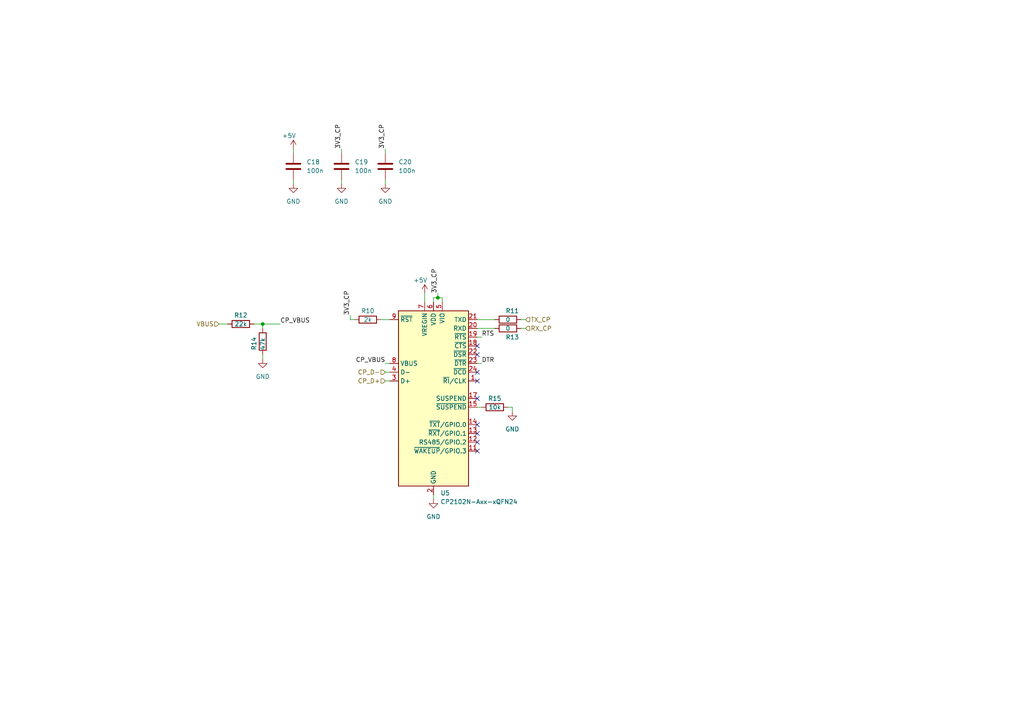
<source format=kicad_sch>
(kicad_sch (version 20211123) (generator eeschema)

  (uuid 6f60040d-2797-4170-8243-d7811c2e7c64)

  (paper "A4")

  (lib_symbols
    (symbol "Device:C" (pin_numbers hide) (pin_names (offset 0.254)) (in_bom yes) (on_board yes)
      (property "Reference" "C" (id 0) (at 0.635 2.54 0)
        (effects (font (size 1.27 1.27)) (justify left))
      )
      (property "Value" "C" (id 1) (at 0.635 -2.54 0)
        (effects (font (size 1.27 1.27)) (justify left))
      )
      (property "Footprint" "" (id 2) (at 0.9652 -3.81 0)
        (effects (font (size 1.27 1.27)) hide)
      )
      (property "Datasheet" "~" (id 3) (at 0 0 0)
        (effects (font (size 1.27 1.27)) hide)
      )
      (property "ki_keywords" "cap capacitor" (id 4) (at 0 0 0)
        (effects (font (size 1.27 1.27)) hide)
      )
      (property "ki_description" "Unpolarized capacitor" (id 5) (at 0 0 0)
        (effects (font (size 1.27 1.27)) hide)
      )
      (property "ki_fp_filters" "C_*" (id 6) (at 0 0 0)
        (effects (font (size 1.27 1.27)) hide)
      )
      (symbol "C_0_1"
        (polyline
          (pts
            (xy -2.032 -0.762)
            (xy 2.032 -0.762)
          )
          (stroke (width 0.508) (type default) (color 0 0 0 0))
          (fill (type none))
        )
        (polyline
          (pts
            (xy -2.032 0.762)
            (xy 2.032 0.762)
          )
          (stroke (width 0.508) (type default) (color 0 0 0 0))
          (fill (type none))
        )
      )
      (symbol "C_1_1"
        (pin passive line (at 0 3.81 270) (length 2.794)
          (name "~" (effects (font (size 1.27 1.27))))
          (number "1" (effects (font (size 1.27 1.27))))
        )
        (pin passive line (at 0 -3.81 90) (length 2.794)
          (name "~" (effects (font (size 1.27 1.27))))
          (number "2" (effects (font (size 1.27 1.27))))
        )
      )
    )
    (symbol "Device:R" (pin_numbers hide) (pin_names (offset 0)) (in_bom yes) (on_board yes)
      (property "Reference" "R" (id 0) (at 2.032 0 90)
        (effects (font (size 1.27 1.27)))
      )
      (property "Value" "R" (id 1) (at 0 0 90)
        (effects (font (size 1.27 1.27)))
      )
      (property "Footprint" "" (id 2) (at -1.778 0 90)
        (effects (font (size 1.27 1.27)) hide)
      )
      (property "Datasheet" "~" (id 3) (at 0 0 0)
        (effects (font (size 1.27 1.27)) hide)
      )
      (property "ki_keywords" "R res resistor" (id 4) (at 0 0 0)
        (effects (font (size 1.27 1.27)) hide)
      )
      (property "ki_description" "Resistor" (id 5) (at 0 0 0)
        (effects (font (size 1.27 1.27)) hide)
      )
      (property "ki_fp_filters" "R_*" (id 6) (at 0 0 0)
        (effects (font (size 1.27 1.27)) hide)
      )
      (symbol "R_0_1"
        (rectangle (start -1.016 -2.54) (end 1.016 2.54)
          (stroke (width 0.254) (type default) (color 0 0 0 0))
          (fill (type none))
        )
      )
      (symbol "R_1_1"
        (pin passive line (at 0 3.81 270) (length 1.27)
          (name "~" (effects (font (size 1.27 1.27))))
          (number "1" (effects (font (size 1.27 1.27))))
        )
        (pin passive line (at 0 -3.81 90) (length 1.27)
          (name "~" (effects (font (size 1.27 1.27))))
          (number "2" (effects (font (size 1.27 1.27))))
        )
      )
    )
    (symbol "Interface_USB:CP2102N-Axx-xQFN24" (in_bom yes) (on_board yes)
      (property "Reference" "U" (id 0) (at -8.89 26.67 0)
        (effects (font (size 1.27 1.27)))
      )
      (property "Value" "CP2102N-Axx-xQFN24" (id 1) (at 13.97 26.67 0)
        (effects (font (size 1.27 1.27)))
      )
      (property "Footprint" "Package_DFN_QFN:QFN-24-1EP_4x4mm_P0.5mm_EP2.6x2.6mm" (id 2) (at 31.75 -26.67 0)
        (effects (font (size 1.27 1.27)) hide)
      )
      (property "Datasheet" "https://www.silabs.com/documents/public/data-sheets/cp2102n-datasheet.pdf" (id 3) (at 1.27 -19.05 0)
        (effects (font (size 1.27 1.27)) hide)
      )
      (property "ki_keywords" "USB UART bridge" (id 4) (at 0 0 0)
        (effects (font (size 1.27 1.27)) hide)
      )
      (property "ki_description" "USB to UART master bridge, QFN-24" (id 5) (at 0 0 0)
        (effects (font (size 1.27 1.27)) hide)
      )
      (property "ki_fp_filters" "QFN*4x4mm*P0.5mm*" (id 6) (at 0 0 0)
        (effects (font (size 1.27 1.27)) hide)
      )
      (symbol "CP2102N-Axx-xQFN24_0_1"
        (rectangle (start -10.16 25.4) (end 10.16 -25.4)
          (stroke (width 0.254) (type default) (color 0 0 0 0))
          (fill (type background))
        )
      )
      (symbol "CP2102N-Axx-xQFN24_1_1"
        (pin bidirectional line (at 12.7 5.08 180) (length 2.54)
          (name "~{RI}/CLK" (effects (font (size 1.27 1.27))))
          (number "1" (effects (font (size 1.27 1.27))))
        )
        (pin no_connect line (at -10.16 -22.86 0) (length 2.54) hide
          (name "NC" (effects (font (size 1.27 1.27))))
          (number "10" (effects (font (size 1.27 1.27))))
        )
        (pin bidirectional line (at 12.7 -15.24 180) (length 2.54)
          (name "~{WAKEUP}/GPIO.3" (effects (font (size 1.27 1.27))))
          (number "11" (effects (font (size 1.27 1.27))))
        )
        (pin bidirectional line (at 12.7 -12.7 180) (length 2.54)
          (name "RS485/GPIO.2" (effects (font (size 1.27 1.27))))
          (number "12" (effects (font (size 1.27 1.27))))
        )
        (pin bidirectional line (at 12.7 -10.16 180) (length 2.54)
          (name "~{RXT}/GPIO.1" (effects (font (size 1.27 1.27))))
          (number "13" (effects (font (size 1.27 1.27))))
        )
        (pin bidirectional line (at 12.7 -7.62 180) (length 2.54)
          (name "~{TXT}/GPIO.0" (effects (font (size 1.27 1.27))))
          (number "14" (effects (font (size 1.27 1.27))))
        )
        (pin output line (at 12.7 -2.54 180) (length 2.54)
          (name "~{SUSPEND}" (effects (font (size 1.27 1.27))))
          (number "15" (effects (font (size 1.27 1.27))))
        )
        (pin no_connect line (at 10.16 -22.86 180) (length 2.54) hide
          (name "NC" (effects (font (size 1.27 1.27))))
          (number "16" (effects (font (size 1.27 1.27))))
        )
        (pin output line (at 12.7 0 180) (length 2.54)
          (name "SUSPEND" (effects (font (size 1.27 1.27))))
          (number "17" (effects (font (size 1.27 1.27))))
        )
        (pin input line (at 12.7 15.24 180) (length 2.54)
          (name "~{CTS}" (effects (font (size 1.27 1.27))))
          (number "18" (effects (font (size 1.27 1.27))))
        )
        (pin output line (at 12.7 17.78 180) (length 2.54)
          (name "~{RTS}" (effects (font (size 1.27 1.27))))
          (number "19" (effects (font (size 1.27 1.27))))
        )
        (pin power_in line (at 0 -27.94 90) (length 2.54)
          (name "GND" (effects (font (size 1.27 1.27))))
          (number "2" (effects (font (size 1.27 1.27))))
        )
        (pin input line (at 12.7 20.32 180) (length 2.54)
          (name "RXD" (effects (font (size 1.27 1.27))))
          (number "20" (effects (font (size 1.27 1.27))))
        )
        (pin output line (at 12.7 22.86 180) (length 2.54)
          (name "TXD" (effects (font (size 1.27 1.27))))
          (number "21" (effects (font (size 1.27 1.27))))
        )
        (pin input line (at 12.7 12.7 180) (length 2.54)
          (name "~{DSR}" (effects (font (size 1.27 1.27))))
          (number "22" (effects (font (size 1.27 1.27))))
        )
        (pin output line (at 12.7 10.16 180) (length 2.54)
          (name "~{DTR}" (effects (font (size 1.27 1.27))))
          (number "23" (effects (font (size 1.27 1.27))))
        )
        (pin input line (at 12.7 7.62 180) (length 2.54)
          (name "~{DCD}" (effects (font (size 1.27 1.27))))
          (number "24" (effects (font (size 1.27 1.27))))
        )
        (pin passive line (at 0 -27.94 90) (length 2.54) hide
          (name "GND" (effects (font (size 1.27 1.27))))
          (number "25" (effects (font (size 1.27 1.27))))
        )
        (pin bidirectional line (at -12.7 5.08 0) (length 2.54)
          (name "D+" (effects (font (size 1.27 1.27))))
          (number "3" (effects (font (size 1.27 1.27))))
        )
        (pin bidirectional line (at -12.7 7.62 0) (length 2.54)
          (name "D-" (effects (font (size 1.27 1.27))))
          (number "4" (effects (font (size 1.27 1.27))))
        )
        (pin power_in line (at 2.54 27.94 270) (length 2.54)
          (name "VIO" (effects (font (size 1.27 1.27))))
          (number "5" (effects (font (size 1.27 1.27))))
        )
        (pin power_in line (at 0 27.94 270) (length 2.54)
          (name "VDD" (effects (font (size 1.27 1.27))))
          (number "6" (effects (font (size 1.27 1.27))))
        )
        (pin power_in line (at -2.54 27.94 270) (length 2.54)
          (name "VREGIN" (effects (font (size 1.27 1.27))))
          (number "7" (effects (font (size 1.27 1.27))))
        )
        (pin input line (at -12.7 10.16 0) (length 2.54)
          (name "VBUS" (effects (font (size 1.27 1.27))))
          (number "8" (effects (font (size 1.27 1.27))))
        )
        (pin input line (at -12.7 22.86 0) (length 2.54)
          (name "~{RST}" (effects (font (size 1.27 1.27))))
          (number "9" (effects (font (size 1.27 1.27))))
        )
      )
    )
    (symbol "power:+5V" (power) (pin_names (offset 0)) (in_bom yes) (on_board yes)
      (property "Reference" "#PWR" (id 0) (at 0 -3.81 0)
        (effects (font (size 1.27 1.27)) hide)
      )
      (property "Value" "+5V" (id 1) (at 0 3.556 0)
        (effects (font (size 1.27 1.27)))
      )
      (property "Footprint" "" (id 2) (at 0 0 0)
        (effects (font (size 1.27 1.27)) hide)
      )
      (property "Datasheet" "" (id 3) (at 0 0 0)
        (effects (font (size 1.27 1.27)) hide)
      )
      (property "ki_keywords" "power-flag" (id 4) (at 0 0 0)
        (effects (font (size 1.27 1.27)) hide)
      )
      (property "ki_description" "Power symbol creates a global label with name \"+5V\"" (id 5) (at 0 0 0)
        (effects (font (size 1.27 1.27)) hide)
      )
      (symbol "+5V_0_1"
        (polyline
          (pts
            (xy -0.762 1.27)
            (xy 0 2.54)
          )
          (stroke (width 0) (type default) (color 0 0 0 0))
          (fill (type none))
        )
        (polyline
          (pts
            (xy 0 0)
            (xy 0 2.54)
          )
          (stroke (width 0) (type default) (color 0 0 0 0))
          (fill (type none))
        )
        (polyline
          (pts
            (xy 0 2.54)
            (xy 0.762 1.27)
          )
          (stroke (width 0) (type default) (color 0 0 0 0))
          (fill (type none))
        )
      )
      (symbol "+5V_1_1"
        (pin power_in line (at 0 0 90) (length 0) hide
          (name "+5V" (effects (font (size 1.27 1.27))))
          (number "1" (effects (font (size 1.27 1.27))))
        )
      )
    )
    (symbol "power:GND" (power) (pin_names (offset 0)) (in_bom yes) (on_board yes)
      (property "Reference" "#PWR" (id 0) (at 0 -6.35 0)
        (effects (font (size 1.27 1.27)) hide)
      )
      (property "Value" "GND" (id 1) (at 0 -3.81 0)
        (effects (font (size 1.27 1.27)))
      )
      (property "Footprint" "" (id 2) (at 0 0 0)
        (effects (font (size 1.27 1.27)) hide)
      )
      (property "Datasheet" "" (id 3) (at 0 0 0)
        (effects (font (size 1.27 1.27)) hide)
      )
      (property "ki_keywords" "power-flag" (id 4) (at 0 0 0)
        (effects (font (size 1.27 1.27)) hide)
      )
      (property "ki_description" "Power symbol creates a global label with name \"GND\" , ground" (id 5) (at 0 0 0)
        (effects (font (size 1.27 1.27)) hide)
      )
      (symbol "GND_0_1"
        (polyline
          (pts
            (xy 0 0)
            (xy 0 -1.27)
            (xy 1.27 -1.27)
            (xy 0 -2.54)
            (xy -1.27 -1.27)
            (xy 0 -1.27)
          )
          (stroke (width 0) (type default) (color 0 0 0 0))
          (fill (type none))
        )
      )
      (symbol "GND_1_1"
        (pin power_in line (at 0 0 270) (length 0) hide
          (name "GND" (effects (font (size 1.27 1.27))))
          (number "1" (effects (font (size 1.27 1.27))))
        )
      )
    )
  )


  (junction (at 76.2 93.98) (diameter 0) (color 0 0 0 0)
    (uuid 6c04a202-978e-43e3-b926-a0db87223f38)
  )
  (junction (at 127 86.36) (diameter 0) (color 0 0 0 0)
    (uuid cd61705c-a6d0-48e0-a122-9adf5b78da26)
  )

  (no_connect (at 138.43 100.33) (uuid 480cb25a-d468-4dea-b058-2d65151809cb))
  (no_connect (at 138.43 115.57) (uuid 897a8a4b-4200-41e7-b433-d89cc3073b43))
  (no_connect (at 138.43 107.95) (uuid aaef7e4d-c3b2-427e-bc6c-f46418210871))
  (no_connect (at 138.43 102.87) (uuid aaef7e4d-c3b2-427e-bc6c-f46418210871))
  (no_connect (at 138.43 123.19) (uuid fa4b419c-af4c-40da-894b-a7b39822bf73))
  (no_connect (at 138.43 125.73) (uuid fa4b419c-af4c-40da-894b-a7b39822bf73))
  (no_connect (at 138.43 128.27) (uuid fa4b419c-af4c-40da-894b-a7b39822bf73))
  (no_connect (at 138.43 130.81) (uuid fa4b419c-af4c-40da-894b-a7b39822bf73))
  (no_connect (at 138.43 110.49) (uuid fa4b419c-af4c-40da-894b-a7b39822bf73))

  (wire (pts (xy 111.76 52.07) (xy 111.76 53.34))
    (stroke (width 0) (type default) (color 0 0 0 0))
    (uuid 15a5c7ad-b7d3-49f1-aa4c-d0b29624c068)
  )
  (wire (pts (xy 151.13 92.71) (xy 152.4 92.71))
    (stroke (width 0) (type default) (color 0 0 0 0))
    (uuid 16dc82c6-2560-44c0-a293-8d6b622c495c)
  )
  (wire (pts (xy 111.76 105.41) (xy 113.03 105.41))
    (stroke (width 0) (type default) (color 0 0 0 0))
    (uuid 192448f0-475c-4fb4-9c0a-1ef4446c46c2)
  )
  (wire (pts (xy 101.6 91.44) (xy 101.6 92.71))
    (stroke (width 0) (type default) (color 0 0 0 0))
    (uuid 22149a2f-2005-4343-aa19-791421bb4547)
  )
  (wire (pts (xy 125.73 143.51) (xy 125.73 144.78))
    (stroke (width 0) (type default) (color 0 0 0 0))
    (uuid 25012e77-f947-41dc-bc40-2572d846f174)
  )
  (wire (pts (xy 123.19 85.09) (xy 123.19 87.63))
    (stroke (width 0) (type default) (color 0 0 0 0))
    (uuid 26f40ed3-b4ce-4e0b-a73b-46f3eb25cd7e)
  )
  (wire (pts (xy 148.59 118.11) (xy 148.59 119.38))
    (stroke (width 0) (type default) (color 0 0 0 0))
    (uuid 272f9a71-3fd0-4e3a-b226-82ccb95500a6)
  )
  (wire (pts (xy 99.06 43.18) (xy 99.06 44.45))
    (stroke (width 0) (type default) (color 0 0 0 0))
    (uuid 2769f64c-ef35-45c4-942f-24e04b97b872)
  )
  (wire (pts (xy 138.43 105.41) (xy 139.7 105.41))
    (stroke (width 0) (type default) (color 0 0 0 0))
    (uuid 3e8d86d1-0287-4506-9a1c-25cd37f70f94)
  )
  (wire (pts (xy 111.76 43.18) (xy 111.76 44.45))
    (stroke (width 0) (type default) (color 0 0 0 0))
    (uuid 3ef4d73e-96bf-46f2-b6e2-0df3820631c3)
  )
  (wire (pts (xy 138.43 92.71) (xy 143.51 92.71))
    (stroke (width 0) (type default) (color 0 0 0 0))
    (uuid 4955fddb-ef9d-4b0b-87d9-9555bbebd47b)
  )
  (wire (pts (xy 128.27 86.36) (xy 128.27 87.63))
    (stroke (width 0) (type default) (color 0 0 0 0))
    (uuid 4e2b8848-354a-4e1a-87d6-1afc7c153c68)
  )
  (wire (pts (xy 85.09 52.07) (xy 85.09 53.34))
    (stroke (width 0) (type default) (color 0 0 0 0))
    (uuid 5582f85e-5bcd-4c5d-be23-ea1fe7d4f2eb)
  )
  (wire (pts (xy 76.2 102.87) (xy 76.2 104.14))
    (stroke (width 0) (type default) (color 0 0 0 0))
    (uuid 642da5bb-0aee-4fb5-8566-8a327eeeeb83)
  )
  (wire (pts (xy 125.73 86.36) (xy 125.73 87.63))
    (stroke (width 0) (type default) (color 0 0 0 0))
    (uuid 68647915-1ea8-4a64-819f-21cf71a9fb39)
  )
  (wire (pts (xy 138.43 95.25) (xy 143.51 95.25))
    (stroke (width 0) (type default) (color 0 0 0 0))
    (uuid 6b70f2fa-1c42-4a79-bb9f-7b4562e43627)
  )
  (wire (pts (xy 151.13 95.25) (xy 152.4 95.25))
    (stroke (width 0) (type default) (color 0 0 0 0))
    (uuid 6f831d69-c5f1-4202-b473-42f07ad5f61e)
  )
  (wire (pts (xy 127 86.36) (xy 128.27 86.36))
    (stroke (width 0) (type default) (color 0 0 0 0))
    (uuid 70e98d46-cece-40e5-9b53-81dc040b32e5)
  )
  (wire (pts (xy 138.43 97.79) (xy 139.7 97.79))
    (stroke (width 0) (type default) (color 0 0 0 0))
    (uuid 7e8a0f91-1606-471c-82d9-4e7ac7bbe55a)
  )
  (wire (pts (xy 76.2 93.98) (xy 81.28 93.98))
    (stroke (width 0) (type default) (color 0 0 0 0))
    (uuid 7f0c8a08-fd1e-477d-ab59-ab1f485c3e22)
  )
  (wire (pts (xy 125.73 86.36) (xy 127 86.36))
    (stroke (width 0) (type default) (color 0 0 0 0))
    (uuid 9879785c-3b9f-4f61-a09e-7347c415fe34)
  )
  (wire (pts (xy 85.09 43.18) (xy 85.09 44.45))
    (stroke (width 0) (type default) (color 0 0 0 0))
    (uuid 9f4fdc91-51cd-4ac6-931b-b8790c1165b1)
  )
  (wire (pts (xy 99.06 52.07) (xy 99.06 53.34))
    (stroke (width 0) (type default) (color 0 0 0 0))
    (uuid a100abe5-30a3-43b2-84f2-7e554630c826)
  )
  (wire (pts (xy 111.76 107.95) (xy 113.03 107.95))
    (stroke (width 0) (type default) (color 0 0 0 0))
    (uuid a113bbb9-78c2-48ab-9550-0da87dd5c258)
  )
  (wire (pts (xy 127 85.09) (xy 127 86.36))
    (stroke (width 0) (type default) (color 0 0 0 0))
    (uuid a8ebc042-de00-454d-884a-db3a618ed59d)
  )
  (wire (pts (xy 101.6 92.71) (xy 102.87 92.71))
    (stroke (width 0) (type default) (color 0 0 0 0))
    (uuid b33c2c32-6bf9-476c-ad0d-2d0d5f6259f8)
  )
  (wire (pts (xy 138.43 118.11) (xy 139.7 118.11))
    (stroke (width 0) (type default) (color 0 0 0 0))
    (uuid badcfe3f-8ecd-4aa0-b694-d1c1777170f7)
  )
  (wire (pts (xy 76.2 93.98) (xy 76.2 95.25))
    (stroke (width 0) (type default) (color 0 0 0 0))
    (uuid bc32510f-e113-4614-9d6b-2f6a53c2da6e)
  )
  (wire (pts (xy 147.32 118.11) (xy 148.59 118.11))
    (stroke (width 0) (type default) (color 0 0 0 0))
    (uuid cf560188-660f-4276-897b-099765896c0b)
  )
  (wire (pts (xy 110.49 92.71) (xy 113.03 92.71))
    (stroke (width 0) (type default) (color 0 0 0 0))
    (uuid e5d3e6a2-4ebe-4202-8e63-0acc7d630631)
  )
  (wire (pts (xy 73.66 93.98) (xy 76.2 93.98))
    (stroke (width 0) (type default) (color 0 0 0 0))
    (uuid e8c5a771-867e-483f-80cb-d5048d111988)
  )
  (wire (pts (xy 63.5 93.98) (xy 66.04 93.98))
    (stroke (width 0) (type default) (color 0 0 0 0))
    (uuid f1bdf8a3-f661-4b33-81ae-8c66012504f3)
  )
  (wire (pts (xy 111.76 110.49) (xy 113.03 110.49))
    (stroke (width 0) (type default) (color 0 0 0 0))
    (uuid f76ead16-12b0-4d7f-a277-7e85863599ef)
  )

  (label "3V3_CP" (at 101.6 91.44 90)
    (effects (font (size 1.27 1.27)) (justify left bottom))
    (uuid 0320e640-224f-4508-99ad-c2ac6f5effdb)
  )
  (label "3V3_CP" (at 127 85.09 90)
    (effects (font (size 1.27 1.27)) (justify left bottom))
    (uuid 097f40c3-68c3-4b12-bf4e-2e080ddbfa52)
  )
  (label "3V3_CP" (at 99.06 43.18 90)
    (effects (font (size 1.27 1.27)) (justify left bottom))
    (uuid 4b21ec2e-7322-478f-a01a-b6bde25bd6c4)
  )
  (label "CP_VBUS" (at 81.28 93.98 0)
    (effects (font (size 1.27 1.27)) (justify left bottom))
    (uuid 6c1ea7e6-1b17-49f4-a11f-df5000b3c38b)
  )
  (label "RTS" (at 139.7 97.79 0)
    (effects (font (size 1.27 1.27)) (justify left bottom))
    (uuid 7fbebb5f-f44e-4015-8a7d-7845820413c7)
  )
  (label "DTR" (at 139.7 105.41 0)
    (effects (font (size 1.27 1.27)) (justify left bottom))
    (uuid 8f221aac-9a07-43dd-84d3-7e48a004d910)
  )
  (label "CP_VBUS" (at 111.76 105.41 180)
    (effects (font (size 1.27 1.27)) (justify right bottom))
    (uuid a7ae1898-86ee-4d0e-b085-54c3ea128861)
  )
  (label "3V3_CP" (at 111.76 43.18 90)
    (effects (font (size 1.27 1.27)) (justify left bottom))
    (uuid e2744271-a7ad-462e-9374-35cc6123f832)
  )

  (hierarchical_label "CP_D+" (shape input) (at 111.76 110.49 180)
    (effects (font (size 1.27 1.27)) (justify right))
    (uuid 20a21310-fdb7-4bfc-8a5e-6d5c2c761087)
  )
  (hierarchical_label "VBUS" (shape input) (at 63.5 93.98 180)
    (effects (font (size 1.27 1.27)) (justify right))
    (uuid 2838deb4-0658-4c1c-af42-035238774718)
  )
  (hierarchical_label "CP_D-" (shape input) (at 111.76 107.95 180)
    (effects (font (size 1.27 1.27)) (justify right))
    (uuid 7f3dcc0f-7d16-49d8-90c3-17ad021dd68e)
  )
  (hierarchical_label "TX_CP" (shape input) (at 152.4 92.71 0)
    (effects (font (size 1.27 1.27)) (justify left))
    (uuid c8baf479-36b7-4ef5-bcde-1e4187f1f532)
  )
  (hierarchical_label "RX_CP" (shape input) (at 152.4 95.25 0)
    (effects (font (size 1.27 1.27)) (justify left))
    (uuid f2b7f04a-1443-4546-82f3-5c77a51b5244)
  )

  (symbol (lib_id "Device:C") (at 85.09 48.26 0) (unit 1)
    (in_bom yes) (on_board yes) (fields_autoplaced)
    (uuid 01be99a5-c11a-4c7c-a67e-4f349c2d044c)
    (property "Reference" "C18" (id 0) (at 88.9 46.9899 0)
      (effects (font (size 1.27 1.27)) (justify left))
    )
    (property "Value" "100n" (id 1) (at 88.9 49.5299 0)
      (effects (font (size 1.27 1.27)) (justify left))
    )
    (property "Footprint" "Capacitor_SMD:C_0402_1005Metric" (id 2) (at 86.0552 52.07 0)
      (effects (font (size 1.27 1.27)) hide)
    )
    (property "Datasheet" "~" (id 3) (at 85.09 48.26 0)
      (effects (font (size 1.27 1.27)) hide)
    )
    (pin "1" (uuid 5e56fd80-4250-4148-a3c1-3d7b88b38fd3))
    (pin "2" (uuid 428b028e-f092-48d8-b17c-fe4b51358fde))
  )

  (symbol (lib_id "Device:R") (at 147.32 92.71 90) (unit 1)
    (in_bom yes) (on_board yes)
    (uuid 05c36841-5a21-45a2-b3e7-6e036fe9495e)
    (property "Reference" "R11" (id 0) (at 148.59 90.17 90))
    (property "Value" "0" (id 1) (at 147.32 92.71 90))
    (property "Footprint" "Resistor_SMD:R_0402_1005Metric" (id 2) (at 147.32 94.488 90)
      (effects (font (size 1.27 1.27)) hide)
    )
    (property "Datasheet" "~" (id 3) (at 147.32 92.71 0)
      (effects (font (size 1.27 1.27)) hide)
    )
    (pin "1" (uuid 9dcef851-ab0d-4b06-87ed-4d96f94ffb4c))
    (pin "2" (uuid 6b303e7d-e0b0-490b-8a26-0d3cba8a38b0))
  )

  (symbol (lib_id "power:+5V") (at 85.09 43.18 0) (unit 1)
    (in_bom yes) (on_board yes)
    (uuid 09510cec-43dd-4d76-b3ef-45ce60629e84)
    (property "Reference" "#PWR048" (id 0) (at 85.09 46.99 0)
      (effects (font (size 1.27 1.27)) hide)
    )
    (property "Value" "+5V" (id 1) (at 83.82 39.37 0))
    (property "Footprint" "" (id 2) (at 85.09 43.18 0)
      (effects (font (size 1.27 1.27)) hide)
    )
    (property "Datasheet" "" (id 3) (at 85.09 43.18 0)
      (effects (font (size 1.27 1.27)) hide)
    )
    (pin "1" (uuid 1fb4817b-99f5-4630-812d-56a872160c0f))
  )

  (symbol (lib_id "Interface_USB:CP2102N-Axx-xQFN24") (at 125.73 115.57 0) (unit 1)
    (in_bom yes) (on_board yes) (fields_autoplaced)
    (uuid 1d82576b-39e9-464c-9b5a-ea5f4418db93)
    (property "Reference" "U5" (id 0) (at 127.7494 143.002 0)
      (effects (font (size 1.27 1.27)) (justify left))
    )
    (property "Value" "CP2102N-Axx-xQFN24" (id 1) (at 127.7494 145.542 0)
      (effects (font (size 1.27 1.27)) (justify left))
    )
    (property "Footprint" "Package_DFN_QFN:QFN-24-1EP_4x4mm_P0.5mm_EP2.6x2.6mm" (id 2) (at 157.48 142.24 0)
      (effects (font (size 1.27 1.27)) hide)
    )
    (property "Datasheet" "https://www.silabs.com/documents/public/data-sheets/cp2102n-datasheet.pdf" (id 3) (at 127 134.62 0)
      (effects (font (size 1.27 1.27)) hide)
    )
    (pin "1" (uuid ca8d2e93-10fe-481b-9967-265172866a82))
    (pin "10" (uuid b3520eca-d6e3-4489-87f6-9faf5320d5a3))
    (pin "11" (uuid 3d07541f-e14c-40a5-8bc8-e01af00cb598))
    (pin "12" (uuid 91624eb2-d090-46e9-afd5-26e4ff9d69fd))
    (pin "13" (uuid aebcd537-ab38-4891-893f-e541911510d6))
    (pin "14" (uuid 8be5852e-4438-4110-b74a-b415a6beb806))
    (pin "15" (uuid 8da3f37b-5902-42fb-8d26-da803eee1e46))
    (pin "16" (uuid 4d195c5a-f0e5-4cbb-8d42-7f5451ef70a4))
    (pin "17" (uuid 6b0dc94a-d0f1-487b-aab0-cd25e8b0937f))
    (pin "18" (uuid 4c9429a8-7e89-412c-a91f-97ce9b433575))
    (pin "19" (uuid b4149a41-6f83-4938-9a70-1ac7605396db))
    (pin "2" (uuid ce80630e-b1fd-4570-a5a5-de60f9f184d0))
    (pin "20" (uuid 19a5e863-8126-4ed9-b5a0-6bf953bc24cc))
    (pin "21" (uuid 91b1c076-b21d-4576-96a4-083df8bff139))
    (pin "22" (uuid 27a9c8a6-aaa4-4166-b0d4-f4b871d54f65))
    (pin "23" (uuid 85b03eba-d17c-47e8-b7a6-2d2b4ef58a97))
    (pin "24" (uuid 00b04cc8-2660-43a7-91cd-5a16dc93ce03))
    (pin "25" (uuid 69605636-fd26-4e97-b103-07c3295069c7))
    (pin "3" (uuid ba994892-6ff8-4966-8fde-9526e448278f))
    (pin "4" (uuid 3c7fa10e-020c-46d7-88c9-960dc5a7f359))
    (pin "5" (uuid dba81dc4-2f76-4590-a2ab-446f28532a6d))
    (pin "6" (uuid 9a071e85-0b73-4cf6-867f-f2e9c75bf7c7))
    (pin "7" (uuid d21727dd-a5ee-498d-98f6-7794a320485e))
    (pin "8" (uuid 0efb8df2-f0a9-41be-a82a-08930767d5ba))
    (pin "9" (uuid 4c3785c8-aaa4-402c-8862-f88531c5c873))
  )

  (symbol (lib_id "Device:R") (at 76.2 99.06 0) (unit 1)
    (in_bom yes) (on_board yes)
    (uuid 354c8b63-5749-4c7c-b584-0097d44de3bc)
    (property "Reference" "R14" (id 0) (at 73.66 101.6 90)
      (effects (font (size 1.27 1.27)) (justify left))
    )
    (property "Value" "47k" (id 1) (at 76.2 101.6 90)
      (effects (font (size 1.27 1.27)) (justify left))
    )
    (property "Footprint" "Resistor_SMD:R_0402_1005Metric" (id 2) (at 74.422 99.06 90)
      (effects (font (size 1.27 1.27)) hide)
    )
    (property "Datasheet" "~" (id 3) (at 76.2 99.06 0)
      (effects (font (size 1.27 1.27)) hide)
    )
    (pin "1" (uuid f0508865-c081-4bed-b521-9a2a78a97f5d))
    (pin "2" (uuid 4c6f56b8-cc3a-4cc7-b3ea-d39cfc89a8f7))
  )

  (symbol (lib_id "Device:R") (at 69.85 93.98 90) (unit 1)
    (in_bom yes) (on_board yes)
    (uuid 4ba51227-ba17-4643-a185-cdf8043bff47)
    (property "Reference" "R12" (id 0) (at 69.85 91.44 90))
    (property "Value" "22k" (id 1) (at 69.85 93.98 90))
    (property "Footprint" "Resistor_SMD:R_0402_1005Metric" (id 2) (at 69.85 95.758 90)
      (effects (font (size 1.27 1.27)) hide)
    )
    (property "Datasheet" "~" (id 3) (at 69.85 93.98 0)
      (effects (font (size 1.27 1.27)) hide)
    )
    (pin "1" (uuid 225ea199-5865-4644-834a-fdbf2e68d97b))
    (pin "2" (uuid 1535efd3-570e-4107-a413-b0a7218f1ce8))
  )

  (symbol (lib_id "Device:C") (at 99.06 48.26 0) (unit 1)
    (in_bom yes) (on_board yes) (fields_autoplaced)
    (uuid 6d484183-e12c-47e1-8e81-9420a5509735)
    (property "Reference" "C19" (id 0) (at 102.87 46.9899 0)
      (effects (font (size 1.27 1.27)) (justify left))
    )
    (property "Value" "100n" (id 1) (at 102.87 49.5299 0)
      (effects (font (size 1.27 1.27)) (justify left))
    )
    (property "Footprint" "Capacitor_SMD:C_0402_1005Metric" (id 2) (at 100.0252 52.07 0)
      (effects (font (size 1.27 1.27)) hide)
    )
    (property "Datasheet" "~" (id 3) (at 99.06 48.26 0)
      (effects (font (size 1.27 1.27)) hide)
    )
    (pin "1" (uuid 80ac02ef-58be-463c-a63d-91fdaff414da))
    (pin "2" (uuid cb4d1d86-3bd9-4ed6-8388-6ae81a8c63cc))
  )

  (symbol (lib_id "power:GND") (at 111.76 53.34 0) (unit 1)
    (in_bom yes) (on_board yes) (fields_autoplaced)
    (uuid 7a3331dd-f480-4582-97e2-30b3a522f7ba)
    (property "Reference" "#PWR051" (id 0) (at 111.76 59.69 0)
      (effects (font (size 1.27 1.27)) hide)
    )
    (property "Value" "GND" (id 1) (at 111.76 58.42 0))
    (property "Footprint" "" (id 2) (at 111.76 53.34 0)
      (effects (font (size 1.27 1.27)) hide)
    )
    (property "Datasheet" "" (id 3) (at 111.76 53.34 0)
      (effects (font (size 1.27 1.27)) hide)
    )
    (pin "1" (uuid a2d6b384-bbb8-4497-b6ee-1accba416837))
  )

  (symbol (lib_id "power:GND") (at 125.73 144.78 0) (unit 1)
    (in_bom yes) (on_board yes) (fields_autoplaced)
    (uuid 7a9da6ea-fe08-45ac-9407-3124bae3a6fe)
    (property "Reference" "#PWR055" (id 0) (at 125.73 151.13 0)
      (effects (font (size 1.27 1.27)) hide)
    )
    (property "Value" "GND" (id 1) (at 125.73 149.86 0))
    (property "Footprint" "" (id 2) (at 125.73 144.78 0)
      (effects (font (size 1.27 1.27)) hide)
    )
    (property "Datasheet" "" (id 3) (at 125.73 144.78 0)
      (effects (font (size 1.27 1.27)) hide)
    )
    (pin "1" (uuid 1e7e3974-7ee2-4938-9290-39cb2a287f86))
  )

  (symbol (lib_id "power:GND") (at 85.09 53.34 0) (unit 1)
    (in_bom yes) (on_board yes) (fields_autoplaced)
    (uuid 88e6d2f9-4d19-457c-8eaa-5157df8a27ca)
    (property "Reference" "#PWR049" (id 0) (at 85.09 59.69 0)
      (effects (font (size 1.27 1.27)) hide)
    )
    (property "Value" "GND" (id 1) (at 85.09 58.42 0))
    (property "Footprint" "" (id 2) (at 85.09 53.34 0)
      (effects (font (size 1.27 1.27)) hide)
    )
    (property "Datasheet" "" (id 3) (at 85.09 53.34 0)
      (effects (font (size 1.27 1.27)) hide)
    )
    (pin "1" (uuid 1ee0786c-1526-4474-94f7-00b34fa895d5))
  )

  (symbol (lib_id "power:GND") (at 148.59 119.38 0) (unit 1)
    (in_bom yes) (on_board yes) (fields_autoplaced)
    (uuid 9097c8f2-28f7-461d-9ef6-c3aa97aedfa3)
    (property "Reference" "#PWR054" (id 0) (at 148.59 125.73 0)
      (effects (font (size 1.27 1.27)) hide)
    )
    (property "Value" "GND" (id 1) (at 148.59 124.46 0))
    (property "Footprint" "" (id 2) (at 148.59 119.38 0)
      (effects (font (size 1.27 1.27)) hide)
    )
    (property "Datasheet" "" (id 3) (at 148.59 119.38 0)
      (effects (font (size 1.27 1.27)) hide)
    )
    (pin "1" (uuid 62100395-0a37-4627-a760-31fb3f34859b))
  )

  (symbol (lib_id "power:GND") (at 76.2 104.14 0) (unit 1)
    (in_bom yes) (on_board yes) (fields_autoplaced)
    (uuid a1acec7e-543c-45e2-803e-8d9f7b201975)
    (property "Reference" "#PWR053" (id 0) (at 76.2 110.49 0)
      (effects (font (size 1.27 1.27)) hide)
    )
    (property "Value" "GND" (id 1) (at 76.2 109.22 0))
    (property "Footprint" "" (id 2) (at 76.2 104.14 0)
      (effects (font (size 1.27 1.27)) hide)
    )
    (property "Datasheet" "" (id 3) (at 76.2 104.14 0)
      (effects (font (size 1.27 1.27)) hide)
    )
    (pin "1" (uuid e3a072ee-18c2-4c93-ab85-3cb8f8570005))
  )

  (symbol (lib_id "Device:R") (at 106.68 92.71 90) (unit 1)
    (in_bom yes) (on_board yes)
    (uuid a96e1638-d5e5-43d4-b1e7-db5708e00bf5)
    (property "Reference" "R10" (id 0) (at 106.68 90.17 90))
    (property "Value" "2k" (id 1) (at 106.68 92.71 90))
    (property "Footprint" "Resistor_SMD:R_0402_1005Metric" (id 2) (at 106.68 94.488 90)
      (effects (font (size 1.27 1.27)) hide)
    )
    (property "Datasheet" "~" (id 3) (at 106.68 92.71 0)
      (effects (font (size 1.27 1.27)) hide)
    )
    (pin "1" (uuid d174a1a2-8f85-42d8-822e-7994d3709603))
    (pin "2" (uuid 89e5e30b-3bd6-4ae3-9f8e-48373eaa8844))
  )

  (symbol (lib_id "Device:R") (at 143.51 118.11 90) (unit 1)
    (in_bom yes) (on_board yes)
    (uuid c1900ca7-d400-44b6-8b1b-49d92d5c4466)
    (property "Reference" "R15" (id 0) (at 143.51 115.57 90))
    (property "Value" "10k" (id 1) (at 143.51 118.11 90))
    (property "Footprint" "Resistor_SMD:R_0402_1005Metric" (id 2) (at 143.51 119.888 90)
      (effects (font (size 1.27 1.27)) hide)
    )
    (property "Datasheet" "~" (id 3) (at 143.51 118.11 0)
      (effects (font (size 1.27 1.27)) hide)
    )
    (pin "1" (uuid 7dfa150e-e0d7-490b-af7a-1b5b4209aca6))
    (pin "2" (uuid eb601794-cb7d-4d7b-bc22-4a8bf68ffc22))
  )

  (symbol (lib_id "power:GND") (at 99.06 53.34 0) (unit 1)
    (in_bom yes) (on_board yes) (fields_autoplaced)
    (uuid c2754986-5a20-4a89-abbd-25caf27000f7)
    (property "Reference" "#PWR050" (id 0) (at 99.06 59.69 0)
      (effects (font (size 1.27 1.27)) hide)
    )
    (property "Value" "GND" (id 1) (at 99.06 58.42 0))
    (property "Footprint" "" (id 2) (at 99.06 53.34 0)
      (effects (font (size 1.27 1.27)) hide)
    )
    (property "Datasheet" "" (id 3) (at 99.06 53.34 0)
      (effects (font (size 1.27 1.27)) hide)
    )
    (pin "1" (uuid 17d1fece-6cc4-4291-ad74-4865d2730c2e))
  )

  (symbol (lib_id "Device:C") (at 111.76 48.26 0) (unit 1)
    (in_bom yes) (on_board yes) (fields_autoplaced)
    (uuid c4004ec9-18ba-4d13-91aa-386c3b52011d)
    (property "Reference" "C20" (id 0) (at 115.57 46.9899 0)
      (effects (font (size 1.27 1.27)) (justify left))
    )
    (property "Value" "100n" (id 1) (at 115.57 49.5299 0)
      (effects (font (size 1.27 1.27)) (justify left))
    )
    (property "Footprint" "Capacitor_SMD:C_0402_1005Metric" (id 2) (at 112.7252 52.07 0)
      (effects (font (size 1.27 1.27)) hide)
    )
    (property "Datasheet" "~" (id 3) (at 111.76 48.26 0)
      (effects (font (size 1.27 1.27)) hide)
    )
    (pin "1" (uuid 890867a5-bf88-40ef-8db0-2fea97b193f3))
    (pin "2" (uuid 38621ea9-7740-47b1-940d-6083f965fa74))
  )

  (symbol (lib_id "Device:R") (at 147.32 95.25 90) (unit 1)
    (in_bom yes) (on_board yes)
    (uuid fb675db1-d139-411c-9b6f-e9f70c31672b)
    (property "Reference" "R13" (id 0) (at 148.59 97.79 90))
    (property "Value" "0" (id 1) (at 147.32 95.25 90))
    (property "Footprint" "Resistor_SMD:R_0402_1005Metric" (id 2) (at 147.32 97.028 90)
      (effects (font (size 1.27 1.27)) hide)
    )
    (property "Datasheet" "~" (id 3) (at 147.32 95.25 0)
      (effects (font (size 1.27 1.27)) hide)
    )
    (pin "1" (uuid 3f50abb6-3d78-4aa3-b7c4-a01aae242b9f))
    (pin "2" (uuid 0dead512-6c75-40e6-bca8-d2caf243ed32))
  )

  (symbol (lib_id "power:+5V") (at 123.19 85.09 0) (unit 1)
    (in_bom yes) (on_board yes)
    (uuid fbbee5f3-ff93-4c74-b083-46061aff6236)
    (property "Reference" "#PWR052" (id 0) (at 123.19 88.9 0)
      (effects (font (size 1.27 1.27)) hide)
    )
    (property "Value" "+5V" (id 1) (at 121.92 81.28 0))
    (property "Footprint" "" (id 2) (at 123.19 85.09 0)
      (effects (font (size 1.27 1.27)) hide)
    )
    (property "Datasheet" "" (id 3) (at 123.19 85.09 0)
      (effects (font (size 1.27 1.27)) hide)
    )
    (pin "1" (uuid 424ad99e-124b-4a9b-bfa0-3c6b6f3bb63b))
  )
)

</source>
